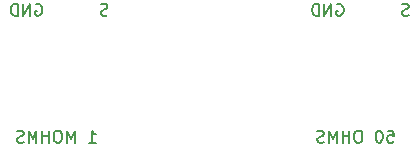
<source format=gbr>
%TF.GenerationSoftware,KiCad,Pcbnew,9.0.6*%
%TF.CreationDate,2025-12-09T00:58:21-06:00*%
%TF.ProjectId,Mixed_Signal_generator_analyzer,4d697865-645f-4536-9967-6e616c5f6765,rev?*%
%TF.SameCoordinates,Original*%
%TF.FileFunction,Legend,Bot*%
%TF.FilePolarity,Positive*%
%FSLAX46Y46*%
G04 Gerber Fmt 4.6, Leading zero omitted, Abs format (unit mm)*
G04 Created by KiCad (PCBNEW 9.0.6) date 2025-12-09 00:58:21*
%MOMM*%
%LPD*%
G01*
G04 APERTURE LIST*
%ADD10C,0.150000*%
G04 APERTURE END LIST*
D10*
X104389411Y-128619819D02*
X104960839Y-128619819D01*
X104675125Y-128619819D02*
X104675125Y-127619819D01*
X104675125Y-127619819D02*
X104770363Y-127762676D01*
X104770363Y-127762676D02*
X104865601Y-127857914D01*
X104865601Y-127857914D02*
X104960839Y-127905533D01*
X103198934Y-128619819D02*
X103198934Y-127619819D01*
X103198934Y-127619819D02*
X102865601Y-128334104D01*
X102865601Y-128334104D02*
X102532268Y-127619819D01*
X102532268Y-127619819D02*
X102532268Y-128619819D01*
X101865601Y-127619819D02*
X101675125Y-127619819D01*
X101675125Y-127619819D02*
X101579887Y-127667438D01*
X101579887Y-127667438D02*
X101484649Y-127762676D01*
X101484649Y-127762676D02*
X101437030Y-127953152D01*
X101437030Y-127953152D02*
X101437030Y-128286485D01*
X101437030Y-128286485D02*
X101484649Y-128476961D01*
X101484649Y-128476961D02*
X101579887Y-128572200D01*
X101579887Y-128572200D02*
X101675125Y-128619819D01*
X101675125Y-128619819D02*
X101865601Y-128619819D01*
X101865601Y-128619819D02*
X101960839Y-128572200D01*
X101960839Y-128572200D02*
X102056077Y-128476961D01*
X102056077Y-128476961D02*
X102103696Y-128286485D01*
X102103696Y-128286485D02*
X102103696Y-127953152D01*
X102103696Y-127953152D02*
X102056077Y-127762676D01*
X102056077Y-127762676D02*
X101960839Y-127667438D01*
X101960839Y-127667438D02*
X101865601Y-127619819D01*
X101008458Y-128619819D02*
X101008458Y-127619819D01*
X101008458Y-128096009D02*
X100437030Y-128096009D01*
X100437030Y-128619819D02*
X100437030Y-127619819D01*
X99960839Y-128619819D02*
X99960839Y-127619819D01*
X99960839Y-127619819D02*
X99627506Y-128334104D01*
X99627506Y-128334104D02*
X99294173Y-127619819D01*
X99294173Y-127619819D02*
X99294173Y-128619819D01*
X98865601Y-128572200D02*
X98722744Y-128619819D01*
X98722744Y-128619819D02*
X98484649Y-128619819D01*
X98484649Y-128619819D02*
X98389411Y-128572200D01*
X98389411Y-128572200D02*
X98341792Y-128524580D01*
X98341792Y-128524580D02*
X98294173Y-128429342D01*
X98294173Y-128429342D02*
X98294173Y-128334104D01*
X98294173Y-128334104D02*
X98341792Y-128238866D01*
X98341792Y-128238866D02*
X98389411Y-128191247D01*
X98389411Y-128191247D02*
X98484649Y-128143628D01*
X98484649Y-128143628D02*
X98675125Y-128096009D01*
X98675125Y-128096009D02*
X98770363Y-128048390D01*
X98770363Y-128048390D02*
X98817982Y-128000771D01*
X98817982Y-128000771D02*
X98865601Y-127905533D01*
X98865601Y-127905533D02*
X98865601Y-127810295D01*
X98865601Y-127810295D02*
X98817982Y-127715057D01*
X98817982Y-127715057D02*
X98770363Y-127667438D01*
X98770363Y-127667438D02*
X98675125Y-127619819D01*
X98675125Y-127619819D02*
X98437030Y-127619819D01*
X98437030Y-127619819D02*
X98294173Y-127667438D01*
X125389411Y-116917438D02*
X125484649Y-116869819D01*
X125484649Y-116869819D02*
X125627506Y-116869819D01*
X125627506Y-116869819D02*
X125770363Y-116917438D01*
X125770363Y-116917438D02*
X125865601Y-117012676D01*
X125865601Y-117012676D02*
X125913220Y-117107914D01*
X125913220Y-117107914D02*
X125960839Y-117298390D01*
X125960839Y-117298390D02*
X125960839Y-117441247D01*
X125960839Y-117441247D02*
X125913220Y-117631723D01*
X125913220Y-117631723D02*
X125865601Y-117726961D01*
X125865601Y-117726961D02*
X125770363Y-117822200D01*
X125770363Y-117822200D02*
X125627506Y-117869819D01*
X125627506Y-117869819D02*
X125532268Y-117869819D01*
X125532268Y-117869819D02*
X125389411Y-117822200D01*
X125389411Y-117822200D02*
X125341792Y-117774580D01*
X125341792Y-117774580D02*
X125341792Y-117441247D01*
X125341792Y-117441247D02*
X125532268Y-117441247D01*
X124913220Y-117869819D02*
X124913220Y-116869819D01*
X124913220Y-116869819D02*
X124341792Y-117869819D01*
X124341792Y-117869819D02*
X124341792Y-116869819D01*
X123865601Y-117869819D02*
X123865601Y-116869819D01*
X123865601Y-116869819D02*
X123627506Y-116869819D01*
X123627506Y-116869819D02*
X123484649Y-116917438D01*
X123484649Y-116917438D02*
X123389411Y-117012676D01*
X123389411Y-117012676D02*
X123341792Y-117107914D01*
X123341792Y-117107914D02*
X123294173Y-117298390D01*
X123294173Y-117298390D02*
X123294173Y-117441247D01*
X123294173Y-117441247D02*
X123341792Y-117631723D01*
X123341792Y-117631723D02*
X123389411Y-117726961D01*
X123389411Y-117726961D02*
X123484649Y-117822200D01*
X123484649Y-117822200D02*
X123627506Y-117869819D01*
X123627506Y-117869819D02*
X123865601Y-117869819D01*
X129687030Y-127619819D02*
X130163220Y-127619819D01*
X130163220Y-127619819D02*
X130210839Y-128096009D01*
X130210839Y-128096009D02*
X130163220Y-128048390D01*
X130163220Y-128048390D02*
X130067982Y-128000771D01*
X130067982Y-128000771D02*
X129829887Y-128000771D01*
X129829887Y-128000771D02*
X129734649Y-128048390D01*
X129734649Y-128048390D02*
X129687030Y-128096009D01*
X129687030Y-128096009D02*
X129639411Y-128191247D01*
X129639411Y-128191247D02*
X129639411Y-128429342D01*
X129639411Y-128429342D02*
X129687030Y-128524580D01*
X129687030Y-128524580D02*
X129734649Y-128572200D01*
X129734649Y-128572200D02*
X129829887Y-128619819D01*
X129829887Y-128619819D02*
X130067982Y-128619819D01*
X130067982Y-128619819D02*
X130163220Y-128572200D01*
X130163220Y-128572200D02*
X130210839Y-128524580D01*
X129020363Y-127619819D02*
X128925125Y-127619819D01*
X128925125Y-127619819D02*
X128829887Y-127667438D01*
X128829887Y-127667438D02*
X128782268Y-127715057D01*
X128782268Y-127715057D02*
X128734649Y-127810295D01*
X128734649Y-127810295D02*
X128687030Y-128000771D01*
X128687030Y-128000771D02*
X128687030Y-128238866D01*
X128687030Y-128238866D02*
X128734649Y-128429342D01*
X128734649Y-128429342D02*
X128782268Y-128524580D01*
X128782268Y-128524580D02*
X128829887Y-128572200D01*
X128829887Y-128572200D02*
X128925125Y-128619819D01*
X128925125Y-128619819D02*
X129020363Y-128619819D01*
X129020363Y-128619819D02*
X129115601Y-128572200D01*
X129115601Y-128572200D02*
X129163220Y-128524580D01*
X129163220Y-128524580D02*
X129210839Y-128429342D01*
X129210839Y-128429342D02*
X129258458Y-128238866D01*
X129258458Y-128238866D02*
X129258458Y-128000771D01*
X129258458Y-128000771D02*
X129210839Y-127810295D01*
X129210839Y-127810295D02*
X129163220Y-127715057D01*
X129163220Y-127715057D02*
X129115601Y-127667438D01*
X129115601Y-127667438D02*
X129020363Y-127619819D01*
X127306077Y-127619819D02*
X127115601Y-127619819D01*
X127115601Y-127619819D02*
X127020363Y-127667438D01*
X127020363Y-127667438D02*
X126925125Y-127762676D01*
X126925125Y-127762676D02*
X126877506Y-127953152D01*
X126877506Y-127953152D02*
X126877506Y-128286485D01*
X126877506Y-128286485D02*
X126925125Y-128476961D01*
X126925125Y-128476961D02*
X127020363Y-128572200D01*
X127020363Y-128572200D02*
X127115601Y-128619819D01*
X127115601Y-128619819D02*
X127306077Y-128619819D01*
X127306077Y-128619819D02*
X127401315Y-128572200D01*
X127401315Y-128572200D02*
X127496553Y-128476961D01*
X127496553Y-128476961D02*
X127544172Y-128286485D01*
X127544172Y-128286485D02*
X127544172Y-127953152D01*
X127544172Y-127953152D02*
X127496553Y-127762676D01*
X127496553Y-127762676D02*
X127401315Y-127667438D01*
X127401315Y-127667438D02*
X127306077Y-127619819D01*
X126448934Y-128619819D02*
X126448934Y-127619819D01*
X126448934Y-128096009D02*
X125877506Y-128096009D01*
X125877506Y-128619819D02*
X125877506Y-127619819D01*
X125401315Y-128619819D02*
X125401315Y-127619819D01*
X125401315Y-127619819D02*
X125067982Y-128334104D01*
X125067982Y-128334104D02*
X124734649Y-127619819D01*
X124734649Y-127619819D02*
X124734649Y-128619819D01*
X124306077Y-128572200D02*
X124163220Y-128619819D01*
X124163220Y-128619819D02*
X123925125Y-128619819D01*
X123925125Y-128619819D02*
X123829887Y-128572200D01*
X123829887Y-128572200D02*
X123782268Y-128524580D01*
X123782268Y-128524580D02*
X123734649Y-128429342D01*
X123734649Y-128429342D02*
X123734649Y-128334104D01*
X123734649Y-128334104D02*
X123782268Y-128238866D01*
X123782268Y-128238866D02*
X123829887Y-128191247D01*
X123829887Y-128191247D02*
X123925125Y-128143628D01*
X123925125Y-128143628D02*
X124115601Y-128096009D01*
X124115601Y-128096009D02*
X124210839Y-128048390D01*
X124210839Y-128048390D02*
X124258458Y-128000771D01*
X124258458Y-128000771D02*
X124306077Y-127905533D01*
X124306077Y-127905533D02*
X124306077Y-127810295D01*
X124306077Y-127810295D02*
X124258458Y-127715057D01*
X124258458Y-127715057D02*
X124210839Y-127667438D01*
X124210839Y-127667438D02*
X124115601Y-127619819D01*
X124115601Y-127619819D02*
X123877506Y-127619819D01*
X123877506Y-127619819D02*
X123734649Y-127667438D01*
X105960839Y-117822200D02*
X105817982Y-117869819D01*
X105817982Y-117869819D02*
X105579887Y-117869819D01*
X105579887Y-117869819D02*
X105484649Y-117822200D01*
X105484649Y-117822200D02*
X105437030Y-117774580D01*
X105437030Y-117774580D02*
X105389411Y-117679342D01*
X105389411Y-117679342D02*
X105389411Y-117584104D01*
X105389411Y-117584104D02*
X105437030Y-117488866D01*
X105437030Y-117488866D02*
X105484649Y-117441247D01*
X105484649Y-117441247D02*
X105579887Y-117393628D01*
X105579887Y-117393628D02*
X105770363Y-117346009D01*
X105770363Y-117346009D02*
X105865601Y-117298390D01*
X105865601Y-117298390D02*
X105913220Y-117250771D01*
X105913220Y-117250771D02*
X105960839Y-117155533D01*
X105960839Y-117155533D02*
X105960839Y-117060295D01*
X105960839Y-117060295D02*
X105913220Y-116965057D01*
X105913220Y-116965057D02*
X105865601Y-116917438D01*
X105865601Y-116917438D02*
X105770363Y-116869819D01*
X105770363Y-116869819D02*
X105532268Y-116869819D01*
X105532268Y-116869819D02*
X105389411Y-116917438D01*
X99889411Y-116917438D02*
X99984649Y-116869819D01*
X99984649Y-116869819D02*
X100127506Y-116869819D01*
X100127506Y-116869819D02*
X100270363Y-116917438D01*
X100270363Y-116917438D02*
X100365601Y-117012676D01*
X100365601Y-117012676D02*
X100413220Y-117107914D01*
X100413220Y-117107914D02*
X100460839Y-117298390D01*
X100460839Y-117298390D02*
X100460839Y-117441247D01*
X100460839Y-117441247D02*
X100413220Y-117631723D01*
X100413220Y-117631723D02*
X100365601Y-117726961D01*
X100365601Y-117726961D02*
X100270363Y-117822200D01*
X100270363Y-117822200D02*
X100127506Y-117869819D01*
X100127506Y-117869819D02*
X100032268Y-117869819D01*
X100032268Y-117869819D02*
X99889411Y-117822200D01*
X99889411Y-117822200D02*
X99841792Y-117774580D01*
X99841792Y-117774580D02*
X99841792Y-117441247D01*
X99841792Y-117441247D02*
X100032268Y-117441247D01*
X99413220Y-117869819D02*
X99413220Y-116869819D01*
X99413220Y-116869819D02*
X98841792Y-117869819D01*
X98841792Y-117869819D02*
X98841792Y-116869819D01*
X98365601Y-117869819D02*
X98365601Y-116869819D01*
X98365601Y-116869819D02*
X98127506Y-116869819D01*
X98127506Y-116869819D02*
X97984649Y-116917438D01*
X97984649Y-116917438D02*
X97889411Y-117012676D01*
X97889411Y-117012676D02*
X97841792Y-117107914D01*
X97841792Y-117107914D02*
X97794173Y-117298390D01*
X97794173Y-117298390D02*
X97794173Y-117441247D01*
X97794173Y-117441247D02*
X97841792Y-117631723D01*
X97841792Y-117631723D02*
X97889411Y-117726961D01*
X97889411Y-117726961D02*
X97984649Y-117822200D01*
X97984649Y-117822200D02*
X98127506Y-117869819D01*
X98127506Y-117869819D02*
X98365601Y-117869819D01*
X131460839Y-117822200D02*
X131317982Y-117869819D01*
X131317982Y-117869819D02*
X131079887Y-117869819D01*
X131079887Y-117869819D02*
X130984649Y-117822200D01*
X130984649Y-117822200D02*
X130937030Y-117774580D01*
X130937030Y-117774580D02*
X130889411Y-117679342D01*
X130889411Y-117679342D02*
X130889411Y-117584104D01*
X130889411Y-117584104D02*
X130937030Y-117488866D01*
X130937030Y-117488866D02*
X130984649Y-117441247D01*
X130984649Y-117441247D02*
X131079887Y-117393628D01*
X131079887Y-117393628D02*
X131270363Y-117346009D01*
X131270363Y-117346009D02*
X131365601Y-117298390D01*
X131365601Y-117298390D02*
X131413220Y-117250771D01*
X131413220Y-117250771D02*
X131460839Y-117155533D01*
X131460839Y-117155533D02*
X131460839Y-117060295D01*
X131460839Y-117060295D02*
X131413220Y-116965057D01*
X131413220Y-116965057D02*
X131365601Y-116917438D01*
X131365601Y-116917438D02*
X131270363Y-116869819D01*
X131270363Y-116869819D02*
X131032268Y-116869819D01*
X131032268Y-116869819D02*
X130889411Y-116917438D01*
M02*

</source>
